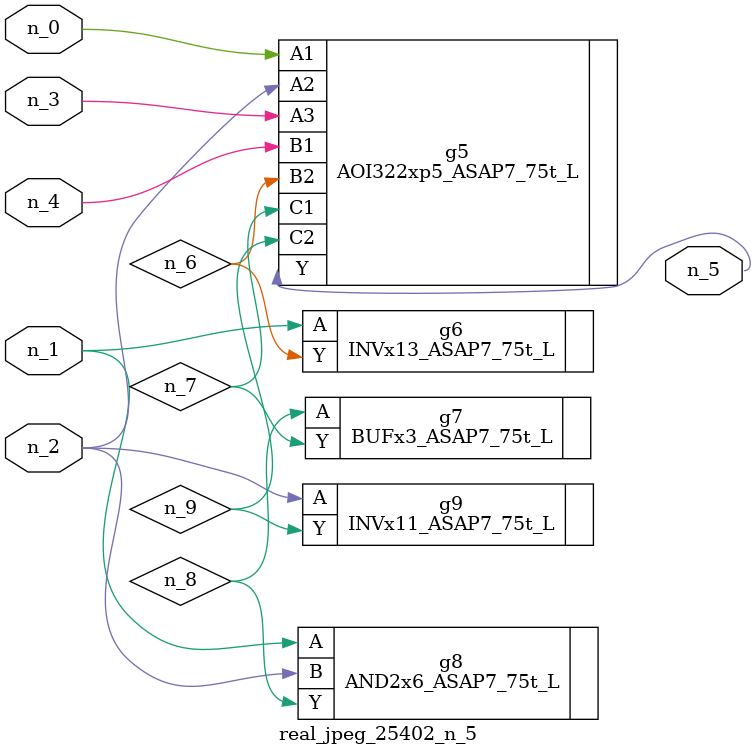
<source format=v>
module real_jpeg_25402_n_5 (n_4, n_0, n_1, n_2, n_3, n_5);

input n_4;
input n_0;
input n_1;
input n_2;
input n_3;

output n_5;

wire n_8;
wire n_6;
wire n_7;
wire n_9;

AOI322xp5_ASAP7_75t_L g5 ( 
.A1(n_0),
.A2(n_2),
.A3(n_3),
.B1(n_4),
.B2(n_6),
.C1(n_7),
.C2(n_9),
.Y(n_5)
);

INVx13_ASAP7_75t_L g6 ( 
.A(n_1),
.Y(n_6)
);

AND2x6_ASAP7_75t_L g8 ( 
.A(n_1),
.B(n_2),
.Y(n_8)
);

INVx11_ASAP7_75t_L g9 ( 
.A(n_2),
.Y(n_9)
);

BUFx3_ASAP7_75t_L g7 ( 
.A(n_8),
.Y(n_7)
);


endmodule
</source>
